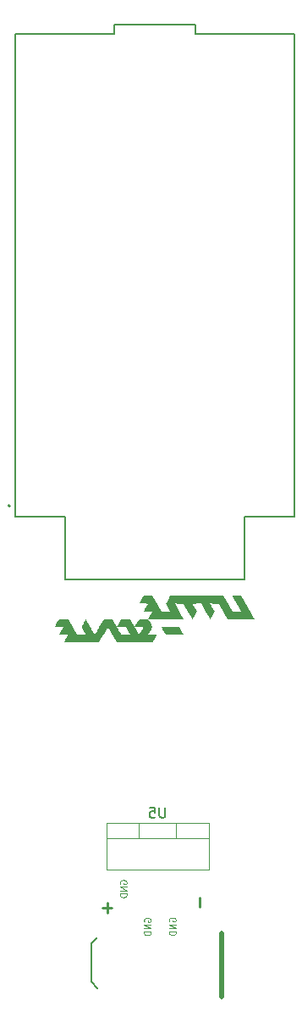
<source format=gbr>
%TF.GenerationSoftware,KiCad,Pcbnew,(6.0.10-0)*%
%TF.CreationDate,2023-01-30T15:13:09+10:30*%
%TF.ProjectId,BLE_Module,424c455f-4d6f-4647-956c-652e6b696361,rev?*%
%TF.SameCoordinates,Original*%
%TF.FileFunction,Legend,Bot*%
%TF.FilePolarity,Positive*%
%FSLAX46Y46*%
G04 Gerber Fmt 4.6, Leading zero omitted, Abs format (unit mm)*
G04 Created by KiCad (PCBNEW (6.0.10-0)) date 2023-01-30 15:13:09*
%MOMM*%
%LPD*%
G01*
G04 APERTURE LIST*
%ADD10C,0.228600*%
%ADD11C,0.114300*%
%ADD12C,0.150000*%
%ADD13C,0.127000*%
%ADD14C,0.200000*%
%ADD15C,0.152400*%
%ADD16C,0.508000*%
%ADD17C,0.120000*%
G04 APERTURE END LIST*
D10*
%TO.C,CON1*%
X12864560Y-92956225D02*
X11877589Y-92956225D01*
X12371074Y-93449711D02*
X12371074Y-92462739D01*
X21628059Y-91901010D02*
X21628059Y-92887981D01*
D11*
X16107725Y-94330247D02*
X16076882Y-94268562D01*
X16076882Y-94176033D01*
X16107725Y-94083505D01*
X16169410Y-94021819D01*
X16231096Y-93990976D01*
X16354467Y-93960133D01*
X16446996Y-93960133D01*
X16570367Y-93990976D01*
X16632053Y-94021819D01*
X16693739Y-94083505D01*
X16724582Y-94176033D01*
X16724582Y-94237719D01*
X16693739Y-94330247D01*
X16662896Y-94361090D01*
X16446996Y-94361090D01*
X16446996Y-94237719D01*
X16724582Y-94638676D02*
X16076882Y-94638676D01*
X16724582Y-95008790D01*
X16076882Y-95008790D01*
X16724582Y-95317219D02*
X16076882Y-95317219D01*
X16076882Y-95471433D01*
X16107725Y-95563962D01*
X16169410Y-95625647D01*
X16231096Y-95656490D01*
X16354467Y-95687333D01*
X16446996Y-95687333D01*
X16570367Y-95656490D01*
X16632053Y-95625647D01*
X16693739Y-95563962D01*
X16724582Y-95471433D01*
X16724582Y-95317219D01*
X13706247Y-90547529D02*
X13675404Y-90485844D01*
X13675404Y-90393315D01*
X13706247Y-90300787D01*
X13767932Y-90239101D01*
X13829618Y-90208258D01*
X13952989Y-90177415D01*
X14045518Y-90177415D01*
X14168889Y-90208258D01*
X14230575Y-90239101D01*
X14292261Y-90300787D01*
X14323104Y-90393315D01*
X14323104Y-90455001D01*
X14292261Y-90547529D01*
X14261418Y-90578372D01*
X14045518Y-90578372D01*
X14045518Y-90455001D01*
X14323104Y-90855958D02*
X13675404Y-90855958D01*
X14323104Y-91226072D01*
X13675404Y-91226072D01*
X14323104Y-91534501D02*
X13675404Y-91534501D01*
X13675404Y-91688715D01*
X13706247Y-91781244D01*
X13767932Y-91842929D01*
X13829618Y-91873772D01*
X13952989Y-91904615D01*
X14045518Y-91904615D01*
X14168889Y-91873772D01*
X14230575Y-91842929D01*
X14292261Y-91781244D01*
X14323104Y-91688715D01*
X14323104Y-91534501D01*
X18629209Y-94302963D02*
X18598366Y-94241278D01*
X18598366Y-94148749D01*
X18629209Y-94056221D01*
X18690894Y-93994535D01*
X18752580Y-93963692D01*
X18875951Y-93932849D01*
X18968480Y-93932849D01*
X19091851Y-93963692D01*
X19153537Y-93994535D01*
X19215223Y-94056221D01*
X19246066Y-94148749D01*
X19246066Y-94210435D01*
X19215223Y-94302963D01*
X19184380Y-94333806D01*
X18968480Y-94333806D01*
X18968480Y-94210435D01*
X19246066Y-94611392D02*
X18598366Y-94611392D01*
X19246066Y-94981506D01*
X18598366Y-94981506D01*
X19246066Y-95289935D02*
X18598366Y-95289935D01*
X18598366Y-95444149D01*
X18629209Y-95536678D01*
X18690894Y-95598363D01*
X18752580Y-95629206D01*
X18875951Y-95660049D01*
X18968480Y-95660049D01*
X19091851Y-95629206D01*
X19153537Y-95598363D01*
X19215223Y-95536678D01*
X19246066Y-95444149D01*
X19246066Y-95289935D01*
D12*
%TO.C,U5*%
X18176904Y-82942380D02*
X18176904Y-83751904D01*
X18129285Y-83847142D01*
X18081666Y-83894761D01*
X17986428Y-83942380D01*
X17795952Y-83942380D01*
X17700714Y-83894761D01*
X17653095Y-83847142D01*
X17605476Y-83751904D01*
X17605476Y-82942380D01*
X16653095Y-82942380D02*
X17129285Y-82942380D01*
X17176904Y-83418571D01*
X17129285Y-83370952D01*
X17034047Y-83323333D01*
X16795952Y-83323333D01*
X16700714Y-83370952D01*
X16653095Y-83418571D01*
X16605476Y-83513809D01*
X16605476Y-83751904D01*
X16653095Y-83847142D01*
X16700714Y-83894761D01*
X16795952Y-83942380D01*
X17034047Y-83942380D01*
X17129285Y-83894761D01*
X17176904Y-83847142D01*
D13*
%TO.C,U1*%
X26145000Y-60145000D02*
X26145000Y-53945000D01*
X21205000Y-4845000D02*
X21205000Y-5745000D01*
X3195000Y-5745000D02*
X13075000Y-5745000D01*
X31095000Y-5745000D02*
X31095000Y-53945000D01*
X21205000Y-5745000D02*
X31095000Y-5745000D01*
X8145000Y-53945000D02*
X3195000Y-53945000D01*
X31095000Y-53945000D02*
X26145000Y-53945000D01*
X8145000Y-60145000D02*
X26145000Y-60145000D01*
X8145000Y-53945000D02*
X8145000Y-60145000D01*
X3195000Y-53945000D02*
X3195000Y-5745000D01*
X13075000Y-5745000D02*
X13075000Y-4845000D01*
X13075000Y-4845000D02*
X21205000Y-4845000D01*
D14*
X2675000Y-52815000D02*
G75*
G03*
X2675000Y-52815000I-100000J0D01*
G01*
D15*
%TO.C,CON1*%
X11430000Y-95885000D02*
X10795000Y-96520000D01*
X10795000Y-100330000D02*
X11430000Y-100965000D01*
X10795000Y-96520000D02*
X10795000Y-100330000D01*
D16*
X23876000Y-95504000D02*
X23876000Y-101854000D01*
%TO.C,G\u002A\u002A\u002A*%
G36*
X18331256Y-64904883D02*
G01*
X18446931Y-64905036D01*
X18569445Y-64905268D01*
X18697487Y-64905582D01*
X19586045Y-64908002D01*
X19788742Y-65258936D01*
X19811299Y-65298010D01*
X19853946Y-65371996D01*
X19893673Y-65441059D01*
X19929383Y-65503284D01*
X19959979Y-65556755D01*
X19984363Y-65599556D01*
X20001439Y-65629772D01*
X20010110Y-65645485D01*
X20028781Y-65681102D01*
X18250855Y-65676262D01*
X18029892Y-65293045D01*
X17988203Y-65220685D01*
X17946225Y-65147694D01*
X17908152Y-65081357D01*
X17874914Y-65023304D01*
X17847441Y-64975163D01*
X17826666Y-64938563D01*
X17813518Y-64915131D01*
X17808928Y-64906496D01*
X17809499Y-64906377D01*
X17823231Y-64905939D01*
X17854298Y-64905570D01*
X17901387Y-64905271D01*
X17963187Y-64905045D01*
X18038386Y-64904891D01*
X18125672Y-64904812D01*
X18223733Y-64904809D01*
X18331256Y-64904883D01*
G37*
G36*
X16474748Y-61823015D02*
G01*
X16920766Y-61825478D01*
X17363498Y-62593738D01*
X17806231Y-63361998D01*
X18249669Y-63364463D01*
X18350521Y-63364963D01*
X18438367Y-63365228D01*
X18510158Y-63365196D01*
X18567380Y-63364831D01*
X18611519Y-63364096D01*
X18644061Y-63362953D01*
X18666493Y-63361367D01*
X18680299Y-63359298D01*
X18686966Y-63356712D01*
X18687981Y-63353571D01*
X18684320Y-63346500D01*
X18671915Y-63324123D01*
X18651753Y-63288377D01*
X18624810Y-63240977D01*
X18592064Y-63183637D01*
X18554492Y-63118072D01*
X18513073Y-63045995D01*
X18468782Y-62969122D01*
X18433359Y-62907638D01*
X18391649Y-62835025D01*
X18353755Y-62768820D01*
X18320626Y-62710690D01*
X18293209Y-62662303D01*
X18272452Y-62625328D01*
X18259303Y-62601434D01*
X18254709Y-62592289D01*
X18258606Y-62584449D01*
X18271107Y-62561654D01*
X18291309Y-62525588D01*
X18318282Y-62477895D01*
X18351092Y-62420217D01*
X18388808Y-62354197D01*
X18430497Y-62281476D01*
X18475228Y-62203699D01*
X18695747Y-61820850D01*
X24032971Y-61825478D01*
X24475729Y-62593738D01*
X24918488Y-63361998D01*
X25361505Y-63364463D01*
X25445997Y-63364839D01*
X25529969Y-63365015D01*
X25606119Y-63364971D01*
X25672590Y-63364718D01*
X25727523Y-63364267D01*
X25769062Y-63363629D01*
X25795347Y-63362814D01*
X25804522Y-63361835D01*
X25804500Y-63361745D01*
X25799246Y-63351881D01*
X25785223Y-63326831D01*
X25763098Y-63287759D01*
X25733536Y-63235828D01*
X25697205Y-63172204D01*
X25654770Y-63098049D01*
X25606897Y-63014530D01*
X25554253Y-62922809D01*
X25497504Y-62824051D01*
X25437315Y-62719420D01*
X25374354Y-62610080D01*
X25371759Y-62605576D01*
X25308609Y-62495942D01*
X25248045Y-62390758D01*
X25190756Y-62291221D01*
X25137430Y-62198531D01*
X25088757Y-62113886D01*
X25045424Y-62038484D01*
X25008121Y-61973525D01*
X24977537Y-61920206D01*
X24954359Y-61879726D01*
X24939278Y-61853283D01*
X24932982Y-61842076D01*
X24921779Y-61820736D01*
X25809265Y-61821030D01*
X26449481Y-62932446D01*
X26484624Y-62993455D01*
X26561237Y-63126455D01*
X26635286Y-63255001D01*
X26706193Y-63378096D01*
X26773386Y-63494739D01*
X26836287Y-63603933D01*
X26894322Y-63704679D01*
X26946916Y-63795978D01*
X26993493Y-63876831D01*
X27033478Y-63946241D01*
X27066295Y-64003207D01*
X27091370Y-64046732D01*
X27108127Y-64075818D01*
X27115991Y-64089464D01*
X27142284Y-64135066D01*
X25807139Y-64132662D01*
X24471993Y-64130258D01*
X24029368Y-63361998D01*
X23586744Y-62593738D01*
X23140357Y-62591274D01*
X22693969Y-62588810D01*
X22758753Y-62700348D01*
X22762842Y-62707393D01*
X22786291Y-62747891D01*
X22816898Y-62800868D01*
X22852792Y-62863081D01*
X22892104Y-62931288D01*
X22932964Y-63002247D01*
X22973501Y-63072715D01*
X22992379Y-63105539D01*
X23028226Y-63167827D01*
X23060701Y-63224197D01*
X23088589Y-63272543D01*
X23110674Y-63310759D01*
X23125741Y-63336739D01*
X23132574Y-63348376D01*
X23133192Y-63351625D01*
X23130366Y-63363406D01*
X23121947Y-63383713D01*
X23107346Y-63413656D01*
X23085973Y-63454345D01*
X23057239Y-63506887D01*
X23020555Y-63572393D01*
X22975332Y-63651972D01*
X22920981Y-63746733D01*
X22879270Y-63819203D01*
X22837247Y-63892186D01*
X22799060Y-63958476D01*
X22765647Y-64016448D01*
X22737943Y-64064477D01*
X22716888Y-64100938D01*
X22703416Y-64124206D01*
X22698466Y-64132656D01*
X22698056Y-64132162D01*
X22690749Y-64120259D01*
X22674820Y-64093344D01*
X22650925Y-64052548D01*
X22619720Y-63999002D01*
X22581861Y-63933836D01*
X22538003Y-63858183D01*
X22488803Y-63773172D01*
X22434916Y-63679934D01*
X22376997Y-63579600D01*
X22315703Y-63473302D01*
X22251688Y-63362169D01*
X21806725Y-62589285D01*
X21362756Y-62589140D01*
X21276930Y-62589247D01*
X21193252Y-62589629D01*
X21117534Y-62590258D01*
X21051609Y-62591107D01*
X20997314Y-62592145D01*
X20956483Y-62593345D01*
X20930951Y-62594675D01*
X20922553Y-62596109D01*
X20926337Y-62602793D01*
X20938771Y-62624556D01*
X20958903Y-62659713D01*
X20985774Y-62706592D01*
X21018423Y-62763519D01*
X21055892Y-62828823D01*
X21097221Y-62900831D01*
X21141452Y-62977868D01*
X21178120Y-63041801D01*
X21219909Y-63114862D01*
X21257930Y-63181551D01*
X21291233Y-63240190D01*
X21318867Y-63289102D01*
X21339882Y-63326609D01*
X21353329Y-63351034D01*
X21358258Y-63360699D01*
X21357020Y-63364505D01*
X21347976Y-63382803D01*
X21331150Y-63414193D01*
X21307685Y-63456703D01*
X21278720Y-63508359D01*
X21245397Y-63567186D01*
X21208858Y-63631211D01*
X21170242Y-63698460D01*
X21130690Y-63766959D01*
X21091345Y-63834735D01*
X21053347Y-63899813D01*
X21017836Y-63960220D01*
X20985955Y-64013982D01*
X20958843Y-64059125D01*
X20937642Y-64093675D01*
X20923493Y-64115659D01*
X20917537Y-64123103D01*
X20917163Y-64122736D01*
X20909767Y-64111340D01*
X20893718Y-64084863D01*
X20869687Y-64044453D01*
X20838344Y-63991257D01*
X20800357Y-63926423D01*
X20756397Y-63851097D01*
X20707134Y-63766427D01*
X20653238Y-63673561D01*
X20595378Y-63573645D01*
X20534224Y-63467828D01*
X20470445Y-63357255D01*
X20030466Y-62593738D01*
X19584498Y-62591274D01*
X19138531Y-62588811D01*
X19582774Y-63359534D01*
X20027017Y-64130258D01*
X18250236Y-64132653D01*
X16473455Y-64135049D01*
X16695686Y-64520522D01*
X16917917Y-64905996D01*
X16811152Y-65091950D01*
X16807782Y-65097819D01*
X16768315Y-65166469D01*
X16723194Y-65244831D01*
X16675943Y-65326795D01*
X16630084Y-65406249D01*
X16589139Y-65477084D01*
X16473891Y-65676262D01*
X16914756Y-65678728D01*
X16922694Y-65678772D01*
X17025497Y-65679421D01*
X17110943Y-65680135D01*
X17180537Y-65680971D01*
X17235786Y-65681984D01*
X17278194Y-65683231D01*
X17309269Y-65684769D01*
X17330516Y-65686652D01*
X17343441Y-65688936D01*
X17349549Y-65691679D01*
X17350347Y-65694936D01*
X17348549Y-65698492D01*
X17338522Y-65716696D01*
X17320824Y-65748180D01*
X17296637Y-65790883D01*
X17267141Y-65842743D01*
X17233518Y-65901699D01*
X17196949Y-65965688D01*
X17158617Y-66032649D01*
X17119703Y-66100521D01*
X17081388Y-66167243D01*
X17044853Y-66230751D01*
X17011281Y-66288985D01*
X16981853Y-66339884D01*
X16957750Y-66381385D01*
X16940154Y-66411427D01*
X16930247Y-66427948D01*
X16916898Y-66449314D01*
X15138053Y-66446918D01*
X13359207Y-66444522D01*
X12917203Y-65677495D01*
X12853719Y-65567392D01*
X12785065Y-65448524D01*
X12724825Y-65344509D01*
X12672463Y-65254456D01*
X12627441Y-65177473D01*
X12589221Y-65112672D01*
X12557268Y-65059160D01*
X12531044Y-65016048D01*
X12510011Y-64982445D01*
X12493633Y-64957460D01*
X12481372Y-64940202D01*
X12472692Y-64929782D01*
X12467055Y-64925308D01*
X12463924Y-64925889D01*
X12463705Y-64926207D01*
X12456490Y-64938129D01*
X12440569Y-64965192D01*
X12416625Y-65006216D01*
X12385344Y-65060020D01*
X12347408Y-65125423D01*
X12303501Y-65201243D01*
X12254307Y-65286301D01*
X12200511Y-65379415D01*
X12142796Y-65479405D01*
X12081846Y-65585089D01*
X12018344Y-65695287D01*
X11584040Y-66449264D01*
X8029546Y-66449264D01*
X8040919Y-66427924D01*
X8044322Y-66421805D01*
X8056810Y-66399823D01*
X8077098Y-66364346D01*
X8104153Y-66317171D01*
X8136942Y-66260095D01*
X8174435Y-66194917D01*
X8215598Y-66123433D01*
X8259400Y-66047442D01*
X8288940Y-65996181D01*
X8330279Y-65924317D01*
X8367897Y-65858770D01*
X8400832Y-65801224D01*
X8428123Y-65753365D01*
X8448807Y-65716876D01*
X8461923Y-65693441D01*
X8466509Y-65684746D01*
X8458654Y-65684035D01*
X8433605Y-65683219D01*
X8393169Y-65682380D01*
X8339209Y-65681543D01*
X8273585Y-65680734D01*
X8198161Y-65679978D01*
X8114797Y-65679301D01*
X8025356Y-65678727D01*
X7584203Y-65676262D01*
X8026705Y-64908002D01*
X7583659Y-64905539D01*
X7140613Y-64903075D01*
X7360624Y-64521409D01*
X7580635Y-64139742D01*
X8026424Y-64137279D01*
X8472214Y-64134817D01*
X9362812Y-65680951D01*
X9806555Y-65680978D01*
X10250298Y-65681004D01*
X10238925Y-65659664D01*
X10235389Y-65653317D01*
X10222753Y-65631123D01*
X10202317Y-65595463D01*
X10175111Y-65548129D01*
X10142168Y-65490914D01*
X10104518Y-65425610D01*
X10063193Y-65354010D01*
X10019225Y-65277905D01*
X9989311Y-65226061D01*
X9947753Y-65153712D01*
X9909924Y-65087476D01*
X9876791Y-65029068D01*
X9849321Y-64980202D01*
X9828483Y-64942592D01*
X9815241Y-64917954D01*
X9810565Y-64908002D01*
X9811804Y-64904655D01*
X9820827Y-64886925D01*
X9837626Y-64855974D01*
X9861061Y-64813787D01*
X9889991Y-64762343D01*
X9923273Y-64703626D01*
X9959767Y-64639616D01*
X9998332Y-64572297D01*
X10037825Y-64503649D01*
X10077107Y-64435656D01*
X10115034Y-64370298D01*
X10150467Y-64309557D01*
X10182263Y-64255416D01*
X10209282Y-64209856D01*
X10230382Y-64174860D01*
X10244421Y-64152409D01*
X10250259Y-64144485D01*
X10250591Y-64144785D01*
X10257770Y-64155840D01*
X10273603Y-64181980D01*
X10297423Y-64222064D01*
X10328564Y-64274949D01*
X10366358Y-64339490D01*
X10410138Y-64414545D01*
X10459237Y-64498971D01*
X10512989Y-64591625D01*
X10570725Y-64691363D01*
X10631780Y-64797043D01*
X10695487Y-64907521D01*
X10708140Y-64929478D01*
X10771371Y-65039005D01*
X10831843Y-65143432D01*
X10888888Y-65241625D01*
X10941838Y-65332446D01*
X10990026Y-65414762D01*
X11032785Y-65487436D01*
X11069445Y-65549332D01*
X11099339Y-65599316D01*
X11121801Y-65636250D01*
X11136161Y-65659001D01*
X11141752Y-65666431D01*
X11142107Y-65666022D01*
X11149422Y-65654394D01*
X11165393Y-65627688D01*
X11189350Y-65587055D01*
X11220625Y-65533645D01*
X11258548Y-65468610D01*
X11302449Y-65393100D01*
X11351661Y-65308266D01*
X11405513Y-65215258D01*
X11463336Y-65115228D01*
X11524461Y-65009326D01*
X11588219Y-64898703D01*
X12028010Y-64135101D01*
X12473790Y-64135397D01*
X12919571Y-64135693D01*
X13355866Y-64895133D01*
X13365032Y-64911086D01*
X13428252Y-65021087D01*
X13488797Y-65126367D01*
X13545990Y-65225754D01*
X13599153Y-65318075D01*
X13647612Y-65402155D01*
X13690688Y-65476823D01*
X13727705Y-65540904D01*
X13757986Y-65593226D01*
X13780854Y-65632615D01*
X13795634Y-65657899D01*
X13801647Y-65667904D01*
X13804521Y-65670209D01*
X13813138Y-65672967D01*
X13828482Y-65675187D01*
X13852082Y-65676905D01*
X13885469Y-65678159D01*
X13930174Y-65678985D01*
X13987725Y-65679421D01*
X14059654Y-65679502D01*
X14147490Y-65679266D01*
X14252764Y-65678749D01*
X14694397Y-65676262D01*
X14471851Y-65289761D01*
X14249304Y-64903260D01*
X13809699Y-64903260D01*
X13728169Y-64903136D01*
X13644378Y-64902735D01*
X13568377Y-64902084D01*
X13502028Y-64901214D01*
X13447196Y-64900155D01*
X13405743Y-64898937D01*
X13379533Y-64897591D01*
X13370428Y-64896146D01*
X13373717Y-64889333D01*
X13385617Y-64867481D01*
X13405299Y-64832281D01*
X13431818Y-64785400D01*
X13464226Y-64728503D01*
X13501576Y-64663257D01*
X13542921Y-64591330D01*
X13587315Y-64514387D01*
X13803867Y-64139742D01*
X14695387Y-64134816D01*
X15139054Y-64905539D01*
X15155156Y-64933510D01*
X15218467Y-65043484D01*
X15278877Y-65148408D01*
X15335729Y-65247143D01*
X15388368Y-65338550D01*
X15436137Y-65421490D01*
X15478381Y-65494824D01*
X15514442Y-65557413D01*
X15543665Y-65608118D01*
X15565394Y-65645799D01*
X15578973Y-65669318D01*
X15583745Y-65677535D01*
X15585654Y-65674651D01*
X15595683Y-65657849D01*
X15613305Y-65627764D01*
X15637388Y-65586360D01*
X15666804Y-65535602D01*
X15700420Y-65477453D01*
X15737108Y-65413880D01*
X15775736Y-65346846D01*
X15815174Y-65278316D01*
X15854292Y-65210256D01*
X15891959Y-65144630D01*
X15927045Y-65083402D01*
X15958420Y-65028537D01*
X15984953Y-64982001D01*
X16005513Y-64945757D01*
X16018970Y-64921770D01*
X16024195Y-64912006D01*
X16020800Y-64910757D01*
X16000866Y-64908871D01*
X15964398Y-64907086D01*
X15912878Y-64905440D01*
X15847789Y-64903969D01*
X15770614Y-64902711D01*
X15682834Y-64901703D01*
X15585932Y-64900983D01*
X15144538Y-64898517D01*
X15364460Y-64516850D01*
X15584381Y-64135183D01*
X16030310Y-64132720D01*
X16476238Y-64130258D01*
X16913552Y-63371482D01*
X16029996Y-63361998D01*
X16250791Y-62978686D01*
X16292464Y-62906285D01*
X16334406Y-62833294D01*
X16372448Y-62766969D01*
X16405658Y-62708935D01*
X16433107Y-62660822D01*
X16453865Y-62624257D01*
X16467002Y-62600866D01*
X16471587Y-62592278D01*
X16463739Y-62591654D01*
X16438697Y-62590925D01*
X16398268Y-62590165D01*
X16344313Y-62589397D01*
X16278695Y-62588645D01*
X16203276Y-62587932D01*
X16119917Y-62587282D01*
X16030481Y-62586718D01*
X15589374Y-62584253D01*
X15809052Y-62202402D01*
X16028729Y-61820553D01*
X16474748Y-61823015D01*
G37*
D17*
%TO.C,U5*%
X22535000Y-84490000D02*
X22535000Y-89131000D01*
X12295000Y-84490000D02*
X12295000Y-89131000D01*
X22535000Y-89131000D02*
X12295000Y-89131000D01*
X15564000Y-84490000D02*
X15564000Y-86000000D01*
X22535000Y-84490000D02*
X12295000Y-84490000D01*
X19265000Y-84490000D02*
X19265000Y-86000000D01*
X22535000Y-86000000D02*
X12295000Y-86000000D01*
%TD*%
M02*

</source>
